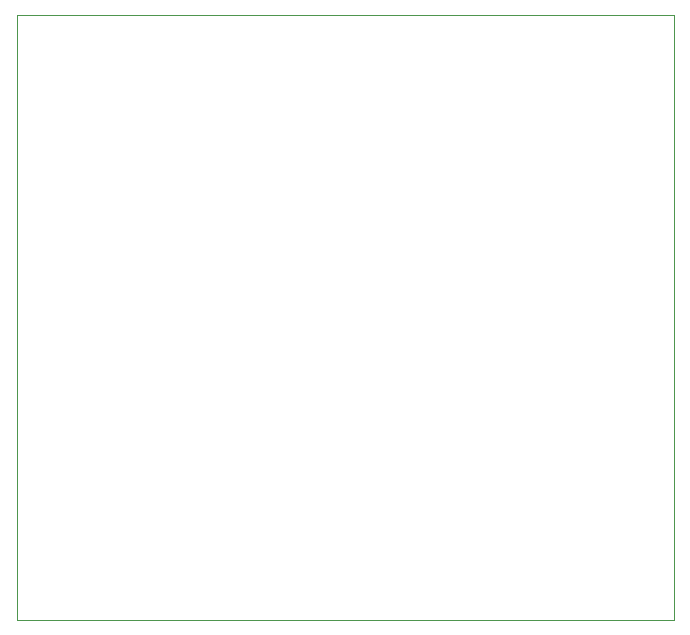
<source format=gbr>
%TF.GenerationSoftware,KiCad,Pcbnew,9.0.2*%
%TF.CreationDate,2025-11-09T02:01:15+01:00*%
%TF.ProjectId,digital_dice,64696769-7461-46c5-9f64-6963652e6b69,v1.0*%
%TF.SameCoordinates,Original*%
%TF.FileFunction,Profile,NP*%
%FSLAX46Y46*%
G04 Gerber Fmt 4.6, Leading zero omitted, Abs format (unit mm)*
G04 Created by KiCad (PCBNEW 9.0.2) date 2025-11-09 02:01:15*
%MOMM*%
%LPD*%
G01*
G04 APERTURE LIST*
%TA.AperFunction,Profile*%
%ADD10C,0.050000*%
%TD*%
G04 APERTURE END LIST*
D10*
X115736309Y-56629300D02*
X171362309Y-56629300D01*
X171362309Y-107810300D01*
X115736309Y-107810300D01*
X115736309Y-56629300D01*
M02*

</source>
